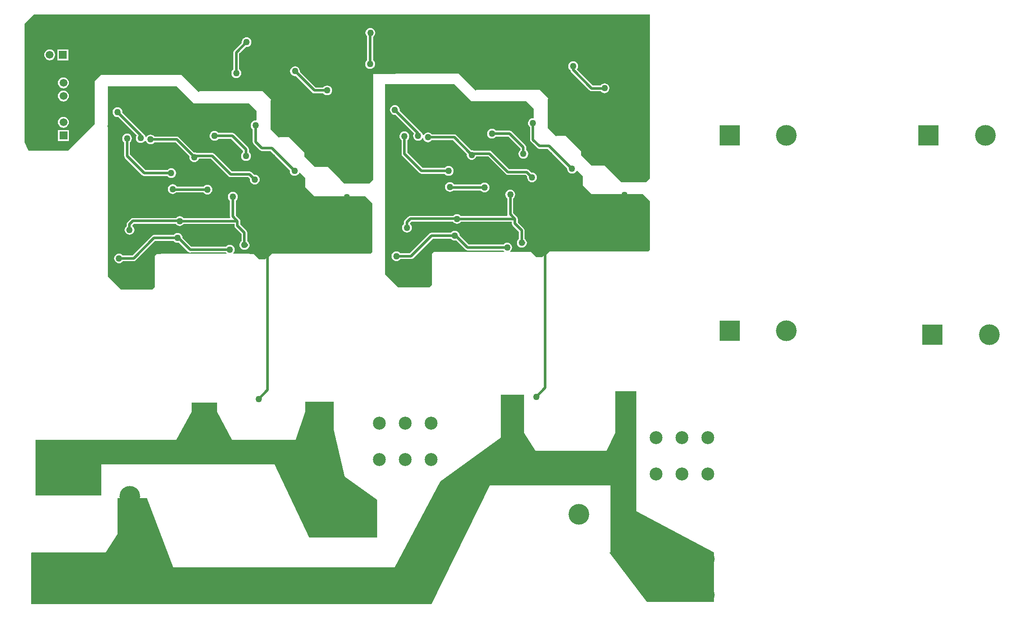
<source format=gbl>
G04 Layer_Physical_Order=2*
G04 Layer_Color=16711680*
%FSLAX25Y25*%
%MOIN*%
G70*
G01*
G75*
%ADD31C,0.02008*%
%ADD36R,0.15748X0.15748*%
%ADD37C,0.15748*%
%ADD38C,0.09843*%
%ADD39R,0.05906X0.05906*%
%ADD40C,0.05906*%
%ADD41R,0.05906X0.05906*%
%ADD42R,0.09843X0.09055*%
%ADD43R,0.15748X0.09055*%
%ADD44C,0.05000*%
G36*
X1931142Y1245551D02*
X1973189Y1245551D01*
X1978779Y1239961D01*
X1978780Y1232794D01*
X1978404Y1232464D01*
X1978189Y1232492D01*
X1977228Y1232366D01*
X1976333Y1231995D01*
X1975564Y1231405D01*
X1974974Y1230636D01*
X1974603Y1229741D01*
X1974476Y1228780D01*
X1974603Y1227818D01*
X1974974Y1226923D01*
X1975564Y1226154D01*
X1976001Y1225819D01*
Y1216260D01*
X1976170Y1215407D01*
X1976653Y1214684D01*
X1981456Y1209881D01*
X1982179Y1209398D01*
X1983031Y1209229D01*
X1989522D01*
X2004254Y1194497D01*
X2004201Y1194094D01*
X2004327Y1193134D01*
X2004698Y1192238D01*
X2005288Y1191469D01*
X2006057Y1190879D01*
X2006952Y1190508D01*
X2007913Y1190382D01*
X2008874Y1190508D01*
X2009770Y1190879D01*
X2010539Y1191469D01*
X2011129Y1192238D01*
X2011285Y1192615D01*
X2011775Y1192712D01*
X2016024Y1188464D01*
X2016024Y1185354D01*
Y1181496D01*
X2020512Y1177008D01*
X2022559Y1174961D01*
X2061575D01*
X2065315Y1171220D01*
X2067087Y1169449D01*
Y1137401D01*
Y1132520D01*
X2065787Y1131220D01*
X2065709Y1131299D01*
X1989724D01*
X1987480Y1129055D01*
X1985118Y1126693D01*
X1980945D01*
X1976811Y1130827D01*
X1974146D01*
X1974048Y1130893D01*
X1973433Y1131015D01*
X1961280D01*
X1961119Y1131489D01*
X1961247Y1131587D01*
X1961838Y1132356D01*
X1962208Y1133252D01*
X1962335Y1134213D01*
X1962208Y1135174D01*
X1961838Y1136069D01*
X1961247Y1136838D01*
X1960479Y1137428D01*
X1959583Y1137799D01*
X1958622Y1137925D01*
X1957661Y1137799D01*
X1956766Y1137428D01*
X1955997Y1136838D01*
X1955692Y1136440D01*
X1929309D01*
X1922567Y1143182D01*
X1922445Y1144110D01*
X1922074Y1145006D01*
X1921484Y1145775D01*
X1920715Y1146365D01*
X1919819Y1146736D01*
X1918858Y1146862D01*
X1917897Y1146736D01*
X1917002Y1146365D01*
X1916233Y1145775D01*
X1915928Y1145377D01*
X1901063D01*
X1900210Y1145208D01*
X1899488Y1144725D01*
X1884550Y1129787D01*
X1877340D01*
X1877035Y1130184D01*
X1876266Y1130774D01*
X1875370Y1131145D01*
X1874409Y1131272D01*
X1873449Y1131145D01*
X1872553Y1130774D01*
X1871784Y1130184D01*
X1871194Y1129416D01*
X1870823Y1128520D01*
X1870697Y1127559D01*
X1870823Y1126598D01*
X1871194Y1125703D01*
X1871784Y1124934D01*
X1872553Y1124344D01*
X1873449Y1123973D01*
X1874409Y1123846D01*
X1875370Y1123973D01*
X1876266Y1124344D01*
X1877035Y1124934D01*
X1877340Y1125331D01*
X1885472D01*
X1886325Y1125501D01*
X1887048Y1125984D01*
X1901986Y1140922D01*
X1915928D01*
X1916233Y1140524D01*
X1917002Y1139934D01*
X1917897Y1139563D01*
X1918858Y1139437D01*
X1919819Y1139563D01*
X1919865Y1139582D01*
X1926968Y1132480D01*
X1927691Y1131997D01*
X1928543Y1131827D01*
X1929335Y1131985D01*
X1955692D01*
X1955997Y1131587D01*
X1956125Y1131489D01*
X1955964Y1131015D01*
X1906504D01*
X1905890Y1130893D01*
X1905791Y1130827D01*
X1902953D01*
X1901575Y1129449D01*
X1901614Y1129409D01*
Y1112992D01*
Y1105787D01*
X1899646Y1103819D01*
X1875551D01*
Y1103976D01*
X1868110Y1111417D01*
X1865787Y1113740D01*
Y1258346D01*
X1918346D01*
X1931142Y1245551D01*
D02*
G37*
G36*
X2278071Y1313150D02*
Y1281299D01*
X2278032D01*
Y1280472D01*
Y1188346D01*
X2275315Y1185630D01*
X2256102D01*
X2253150Y1188583D01*
X2243661Y1198071D01*
X2233701Y1198071D01*
X2225669Y1206102D01*
X2225669Y1209134D01*
X2213976Y1220827D01*
X2206811D01*
X2206575Y1220590D01*
X2200276Y1226890D01*
Y1229016D01*
Y1248858D01*
X2200669Y1249252D01*
X2194134Y1255787D01*
X2146102D01*
X2145473Y1255157D01*
X2132520Y1268110D01*
X2084528D01*
X2084213Y1267795D01*
X2067480D01*
Y1187362D01*
X2064764Y1184646D01*
X2045551D01*
X2042598Y1187598D01*
X2033110Y1197087D01*
X2023150Y1197087D01*
X2015118Y1205118D01*
X2015118Y1208150D01*
X2003425Y1219843D01*
X1996260D01*
X1996024Y1219606D01*
X1989724Y1225906D01*
Y1228032D01*
Y1247874D01*
X1990118Y1248268D01*
X1983583Y1254803D01*
X1935551D01*
X1934921Y1254173D01*
X1921968Y1267126D01*
X1865472D01*
Y1267224D01*
X1860689D01*
X1855787Y1262323D01*
X1855787Y1261063D01*
Y1231024D01*
X1855787Y1229842D01*
X1835551Y1209606D01*
X1805551D01*
X1802480Y1215748D01*
Y1305748D01*
X1803740Y1307008D01*
X1809882Y1313150D01*
X2274685D01*
X2276693Y1313150D01*
X2278071Y1313150D01*
D02*
G37*
G36*
X2141969Y1247206D02*
X2184016Y1247206D01*
X2189606Y1241615D01*
X2189606Y1234448D01*
X2189230Y1234118D01*
X2189016Y1234147D01*
X2188055Y1234020D01*
X2187159Y1233649D01*
X2186390Y1233059D01*
X2185800Y1232290D01*
X2185429Y1231395D01*
X2185303Y1230434D01*
X2185429Y1229473D01*
X2185800Y1228577D01*
X2186390Y1227808D01*
X2186827Y1227473D01*
Y1217914D01*
X2186997Y1217062D01*
X2187480Y1216339D01*
X2192283Y1211536D01*
X2193006Y1211053D01*
X2193858Y1210883D01*
X2200348D01*
X2215080Y1196151D01*
X2215027Y1195749D01*
X2215154Y1194788D01*
X2215525Y1193892D01*
X2216115Y1193123D01*
X2216884Y1192533D01*
X2217779Y1192163D01*
X2218740Y1192036D01*
X2219701Y1192163D01*
X2220597Y1192533D01*
X2221366Y1193123D01*
X2221956Y1193892D01*
X2222112Y1194269D01*
X2222602Y1194367D01*
X2226851Y1190118D01*
X2226850Y1187009D01*
Y1183150D01*
X2231339Y1178662D01*
X2233386Y1176615D01*
X2272402D01*
X2276142Y1172875D01*
X2277913Y1171103D01*
Y1139056D01*
Y1134174D01*
X2276614Y1132875D01*
X2276535Y1132953D01*
X2200551D01*
X2198307Y1130709D01*
X2195945Y1128347D01*
X2191772D01*
X2187638Y1132481D01*
X2171905D01*
X2171735Y1132981D01*
X2172074Y1133241D01*
X2172664Y1134011D01*
X2173035Y1134906D01*
X2173162Y1135867D01*
X2173035Y1136828D01*
X2172664Y1137723D01*
X2172074Y1138492D01*
X2171305Y1139082D01*
X2170410Y1139453D01*
X2169449Y1139580D01*
X2168488Y1139453D01*
X2167592Y1139082D01*
X2166823Y1138492D01*
X2166518Y1138095D01*
X2140135D01*
X2133394Y1144837D01*
X2133271Y1145765D01*
X2132900Y1146660D01*
X2132310Y1147429D01*
X2131541Y1148019D01*
X2130646Y1148390D01*
X2129685Y1148517D01*
X2128724Y1148390D01*
X2127829Y1148019D01*
X2127060Y1147429D01*
X2126755Y1147032D01*
X2111890D01*
X2111037Y1146862D01*
X2110314Y1146379D01*
X2095376Y1131441D01*
X2088167D01*
X2087862Y1131839D01*
X2087093Y1132429D01*
X2086197Y1132800D01*
X2085236Y1132926D01*
X2084275Y1132800D01*
X2083380Y1132429D01*
X2082611Y1131839D01*
X2082021Y1131070D01*
X2081650Y1130174D01*
X2081523Y1129213D01*
X2081650Y1128252D01*
X2082021Y1127357D01*
X2082611Y1126588D01*
X2083380Y1125998D01*
X2084275Y1125627D01*
X2085236Y1125500D01*
X2086197Y1125627D01*
X2087093Y1125998D01*
X2087862Y1126588D01*
X2088167Y1126985D01*
X2096299D01*
X2097152Y1127155D01*
X2097874Y1127638D01*
X2112813Y1142576D01*
X2126755D01*
X2127060Y1142179D01*
X2127829Y1141588D01*
X2128724Y1141218D01*
X2129685Y1141091D01*
X2130646Y1141218D01*
X2130692Y1141237D01*
X2137795Y1134134D01*
X2138518Y1133651D01*
X2139370Y1133482D01*
X2140162Y1133639D01*
X2166518D01*
X2166823Y1133241D01*
X2167163Y1132981D01*
X2166993Y1132481D01*
X2113779D01*
X2112402Y1131103D01*
X2112441Y1131064D01*
Y1114646D01*
Y1107442D01*
X2110472Y1105473D01*
X2086378D01*
Y1105631D01*
X2078937Y1113072D01*
X2076614Y1115394D01*
Y1260001D01*
X2129173D01*
X2141969Y1247206D01*
D02*
G37*
G36*
X2267756Y935000D02*
X2326496Y903898D01*
Y866063D01*
X2326496Y866063D01*
X2275709D01*
X2247192Y903450D01*
X2247414Y903898D01*
X2247795Y903898D01*
Y954961D01*
X2156122Y954961D01*
X2112047Y864370D01*
X1807638Y864370D01*
Y903544D01*
X1807991Y903897D01*
X1864409Y903869D01*
X1873189Y917717D01*
Y945039D01*
X1895748D01*
X1915512Y892598D01*
X2083819D01*
X2118504Y957716D01*
X2164724Y991299D01*
Y1023858D01*
X2182382D01*
Y994685D01*
X2190984Y981221D01*
X2244961D01*
X2251654Y994685D01*
Y1026339D01*
X2267756D01*
Y935000D01*
D02*
G37*
G36*
X2037598Y997244D02*
X2046024Y961644D01*
X2070591Y943779D01*
Y915039D01*
X2018780D01*
X1992638Y970709D01*
X1861063D01*
X1861063Y947008D01*
X1810945Y947008D01*
Y989331D01*
X1918071Y989331D01*
X1929685Y1010905D01*
Y1017717D01*
X1948888D01*
Y1010905D01*
X1960197Y989331D01*
X2008612Y989331D01*
X2016063Y1010905D01*
Y1018317D01*
X2037598D01*
X2037598Y997244D01*
D02*
G37*
%LPC*%
G36*
X1880512Y1222492D02*
X1879551Y1222366D01*
X1878655Y1221995D01*
X1877886Y1221405D01*
X1877296Y1220636D01*
X1876925Y1219740D01*
X1876799Y1218779D01*
X1876925Y1217819D01*
X1877296Y1216923D01*
X1877886Y1216154D01*
X1878284Y1215849D01*
Y1205551D01*
X1878454Y1204699D01*
X1878937Y1203976D01*
X1892007Y1190905D01*
X1892730Y1190422D01*
X1893583Y1190252D01*
X1911164D01*
X1911469Y1189855D01*
X1912238Y1189265D01*
X1913133Y1188894D01*
X1914095Y1188767D01*
X1915055Y1188894D01*
X1915951Y1189265D01*
X1916720Y1189855D01*
X1917310Y1190624D01*
X1917681Y1191519D01*
X1917807Y1192480D01*
X1917681Y1193441D01*
X1917310Y1194337D01*
X1916720Y1195106D01*
X1915951Y1195696D01*
X1915055Y1196067D01*
X1914095Y1196193D01*
X1913133Y1196067D01*
X1912238Y1195696D01*
X1911469Y1195106D01*
X1911164Y1194708D01*
X1894506D01*
X1882740Y1206474D01*
Y1215849D01*
X1883137Y1216154D01*
X1883727Y1216923D01*
X1884098Y1217819D01*
X1884225Y1218779D01*
X1884098Y1219740D01*
X1883727Y1220636D01*
X1883137Y1221405D01*
X1882368Y1221995D01*
X1881473Y1222366D01*
X1880512Y1222492D01*
D02*
G37*
G36*
X1960980Y1178199D02*
X1960019Y1178072D01*
X1959124Y1177701D01*
X1958355Y1177111D01*
X1957765Y1176342D01*
X1957394Y1175447D01*
X1957268Y1174486D01*
X1957394Y1173525D01*
X1957765Y1172630D01*
X1958355Y1171861D01*
X1958752Y1171556D01*
Y1159374D01*
X1958892Y1158673D01*
X1958599Y1158173D01*
X1923442D01*
X1923137Y1158570D01*
X1922368Y1159160D01*
X1921473Y1159531D01*
X1920512Y1159658D01*
X1919551Y1159531D01*
X1918655Y1159160D01*
X1917886Y1158570D01*
X1917672Y1158291D01*
X1884961D01*
X1884108Y1158121D01*
X1883385Y1157638D01*
X1880866Y1155119D01*
X1880383Y1154396D01*
X1880213Y1153543D01*
Y1152182D01*
X1879816Y1151877D01*
X1879226Y1151108D01*
X1878855Y1150213D01*
X1878728Y1149252D01*
X1878855Y1148291D01*
X1879226Y1147396D01*
X1879816Y1146627D01*
X1880585Y1146037D01*
X1881480Y1145666D01*
X1882441Y1145539D01*
X1883402Y1145666D01*
X1884297Y1146037D01*
X1885066Y1146627D01*
X1885656Y1147396D01*
X1886027Y1148291D01*
X1886154Y1149252D01*
X1886027Y1150213D01*
X1885656Y1151108D01*
X1885066Y1151877D01*
X1884721Y1152142D01*
X1884701Y1152652D01*
X1885884Y1153835D01*
X1917491D01*
X1917886Y1153319D01*
X1918655Y1152729D01*
X1919551Y1152359D01*
X1920512Y1152232D01*
X1921473Y1152359D01*
X1922368Y1152729D01*
X1923137Y1153319D01*
X1923442Y1153717D01*
X1962182D01*
Y1152520D01*
X1962195Y1152453D01*
X1962176Y1152356D01*
X1962345Y1151504D01*
X1962828Y1150781D01*
X1967453Y1146156D01*
Y1140645D01*
X1967056Y1140340D01*
X1966466Y1139571D01*
X1966095Y1138675D01*
X1965968Y1137714D01*
X1966095Y1136753D01*
X1966466Y1135858D01*
X1967056Y1135089D01*
X1967825Y1134499D01*
X1968720Y1134128D01*
X1969681Y1134002D01*
X1970642Y1134128D01*
X1971538Y1134499D01*
X1972306Y1135089D01*
X1972897Y1135858D01*
X1973001Y1136110D01*
X1973030Y1136139D01*
X1973513Y1136862D01*
X1973683Y1137714D01*
X1973513Y1138567D01*
X1973030Y1139290D01*
X1973006Y1139305D01*
X1972897Y1139571D01*
X1972306Y1140340D01*
X1971909Y1140645D01*
Y1147079D01*
X1971739Y1147931D01*
X1971256Y1148654D01*
X1966637Y1153273D01*
Y1155945D01*
X1966468Y1156797D01*
X1965985Y1157520D01*
X1963208Y1160297D01*
Y1171556D01*
X1963606Y1171861D01*
X1964196Y1172630D01*
X1964567Y1173525D01*
X1964693Y1174486D01*
X1964567Y1175447D01*
X1964196Y1176342D01*
X1963606Y1177111D01*
X1962837Y1177701D01*
X1961941Y1178072D01*
X1960980Y1178199D01*
D02*
G37*
G36*
X1915158Y1183988D02*
X1914197Y1183862D01*
X1913301Y1183491D01*
X1912532Y1182901D01*
X1911942Y1182132D01*
X1911571Y1181236D01*
X1911445Y1180276D01*
X1911571Y1179315D01*
X1911942Y1178419D01*
X1912532Y1177650D01*
X1913301Y1177060D01*
X1914197Y1176689D01*
X1915158Y1176563D01*
X1916118Y1176689D01*
X1917014Y1177060D01*
X1917783Y1177650D01*
X1917786Y1177654D01*
X1938605D01*
X1938910Y1177256D01*
X1939679Y1176666D01*
X1940574Y1176295D01*
X1941536Y1176169D01*
X1942496Y1176295D01*
X1943392Y1176666D01*
X1944161Y1177256D01*
X1944751Y1178025D01*
X1945122Y1178921D01*
X1945248Y1179882D01*
X1945122Y1180843D01*
X1944751Y1181738D01*
X1944161Y1182507D01*
X1943392Y1183097D01*
X1942496Y1183468D01*
X1941536Y1183595D01*
X1940574Y1183468D01*
X1939679Y1183097D01*
X1938910Y1182507D01*
X1938605Y1182110D01*
X1918382D01*
X1918373Y1182132D01*
X1917783Y1182901D01*
X1917014Y1183491D01*
X1916118Y1183862D01*
X1915158Y1183988D01*
D02*
G37*
G36*
X1873268Y1242571D02*
X1872307Y1242445D01*
X1871411Y1242074D01*
X1870642Y1241484D01*
X1870052Y1240715D01*
X1869681Y1239819D01*
X1869555Y1238858D01*
X1869681Y1237897D01*
X1870052Y1237002D01*
X1870642Y1236233D01*
X1871411Y1235643D01*
X1872307Y1235272D01*
X1873268Y1235145D01*
X1873764Y1235211D01*
X1887852Y1221123D01*
X1887690Y1220912D01*
X1887319Y1220016D01*
X1887193Y1219055D01*
X1887319Y1218094D01*
X1887690Y1217199D01*
X1888280Y1216430D01*
X1889049Y1215840D01*
X1889945Y1215469D01*
X1890906Y1215342D01*
X1891866Y1215469D01*
X1892762Y1215840D01*
X1893531Y1216430D01*
X1894121Y1217199D01*
X1894210Y1217415D01*
X1894724Y1217347D01*
X1894760Y1217070D01*
X1895131Y1216175D01*
X1895721Y1215406D01*
X1896490Y1214816D01*
X1897385Y1214445D01*
X1898347Y1214319D01*
X1899307Y1214445D01*
X1900203Y1214816D01*
X1900972Y1215406D01*
X1901277Y1215804D01*
X1917463D01*
X1928029Y1205238D01*
X1927941Y1204567D01*
X1928067Y1203606D01*
X1928438Y1202711D01*
X1929028Y1201941D01*
X1929797Y1201352D01*
X1930693Y1200981D01*
X1931654Y1200854D01*
X1932615Y1200981D01*
X1933510Y1201352D01*
X1934279Y1201941D01*
X1934869Y1202711D01*
X1935155Y1203402D01*
X1944274D01*
X1957677Y1189999D01*
X1958399Y1189517D01*
X1959252Y1189347D01*
X1972621D01*
X1973912Y1188056D01*
X1973846Y1187559D01*
X1973973Y1186598D01*
X1974344Y1185703D01*
X1974934Y1184934D01*
X1975703Y1184344D01*
X1976598Y1183973D01*
X1977559Y1183846D01*
X1978520Y1183973D01*
X1979416Y1184344D01*
X1980185Y1184934D01*
X1980774Y1185703D01*
X1981145Y1186598D01*
X1981272Y1187559D01*
X1981145Y1188520D01*
X1980774Y1189415D01*
X1980185Y1190184D01*
X1979416Y1190775D01*
X1978520Y1191145D01*
X1977559Y1191272D01*
X1977062Y1191206D01*
X1975119Y1193150D01*
X1974396Y1193633D01*
X1973543Y1193803D01*
X1960175D01*
X1946772Y1207205D01*
X1946049Y1207688D01*
X1945197Y1207858D01*
X1933328D01*
X1932615Y1208153D01*
X1931654Y1208280D01*
X1931331Y1208237D01*
X1919961Y1219607D01*
X1919238Y1220090D01*
X1918386Y1220259D01*
X1901277D01*
X1900972Y1220657D01*
X1900203Y1221247D01*
X1899307Y1221618D01*
X1898347Y1221744D01*
X1897385Y1221618D01*
X1896490Y1221247D01*
X1895721Y1220657D01*
X1895131Y1219888D01*
X1895041Y1219672D01*
X1894528Y1219739D01*
X1894492Y1220016D01*
X1894121Y1220912D01*
X1893531Y1221681D01*
X1892905Y1222161D01*
X1892481Y1222796D01*
X1876915Y1238361D01*
X1876981Y1238858D01*
X1876854Y1239819D01*
X1876483Y1240715D01*
X1875893Y1241484D01*
X1875124Y1242074D01*
X1874229Y1242445D01*
X1873268Y1242571D01*
D02*
G37*
G36*
X1947008Y1224500D02*
X1946047Y1224374D01*
X1945152Y1224003D01*
X1944382Y1223413D01*
X1943793Y1222644D01*
X1943422Y1221748D01*
X1943295Y1220787D01*
X1943422Y1219826D01*
X1943793Y1218931D01*
X1944382Y1218162D01*
X1945152Y1217572D01*
X1946047Y1217201D01*
X1947008Y1217074D01*
X1947969Y1217201D01*
X1948864Y1217572D01*
X1949633Y1218162D01*
X1949938Y1218559D01*
X1959628D01*
X1968717Y1209471D01*
Y1208324D01*
X1968320Y1208019D01*
X1967730Y1207250D01*
X1967359Y1206355D01*
X1967232Y1205394D01*
X1967359Y1204433D01*
X1967730Y1203537D01*
X1968320Y1202768D01*
X1969089Y1202178D01*
X1969984Y1201807D01*
X1970945Y1201681D01*
X1971906Y1201807D01*
X1972801Y1202178D01*
X1973570Y1202768D01*
X1974160Y1203537D01*
X1974531Y1204433D01*
X1974658Y1205394D01*
X1974531Y1206355D01*
X1974160Y1207250D01*
X1973570Y1208019D01*
X1973173Y1208324D01*
Y1210394D01*
X1973003Y1211246D01*
X1972520Y1211969D01*
X1962127Y1222363D01*
X1961404Y1222846D01*
X1960551Y1223015D01*
X1949938D01*
X1949633Y1223413D01*
X1948864Y1224003D01*
X1947969Y1224374D01*
X1947008Y1224500D01*
D02*
G37*
G36*
X2065472Y1302925D02*
X2064511Y1302799D01*
X2063616Y1302428D01*
X2062847Y1301838D01*
X2062257Y1301069D01*
X2061886Y1300174D01*
X2061760Y1299213D01*
X2061886Y1298252D01*
X2062257Y1297356D01*
X2062847Y1296587D01*
X2063008Y1296463D01*
Y1283780D01*
Y1278364D01*
X2062611Y1278059D01*
X2062021Y1277289D01*
X2061650Y1276394D01*
X2061523Y1275433D01*
X2061650Y1274472D01*
X2062021Y1273577D01*
X2062611Y1272808D01*
X2063380Y1272218D01*
X2064275Y1271847D01*
X2065236Y1271720D01*
X2066197Y1271847D01*
X2067093Y1272218D01*
X2067862Y1272808D01*
X2068452Y1273577D01*
X2068823Y1274472D01*
X2068949Y1275433D01*
X2068823Y1276394D01*
X2068452Y1277289D01*
X2067862Y1278059D01*
X2067464Y1278364D01*
Y1296101D01*
X2068098Y1296587D01*
X2068688Y1297356D01*
X2069059Y1298252D01*
X2069185Y1299213D01*
X2069059Y1300174D01*
X2068688Y1301069D01*
X2068098Y1301838D01*
X2067329Y1302428D01*
X2066433Y1302799D01*
X2065472Y1302925D01*
D02*
G37*
G36*
X1832126Y1265272D02*
X1831047Y1265130D01*
X1830041Y1264713D01*
X1829178Y1264051D01*
X1828515Y1263187D01*
X1828098Y1262181D01*
X1827957Y1261102D01*
X1828098Y1260023D01*
X1828515Y1259018D01*
X1829178Y1258154D01*
X1830041Y1257491D01*
X1831047Y1257075D01*
X1832126Y1256933D01*
X1833205Y1257075D01*
X1834211Y1257491D01*
X1835074Y1258154D01*
X1835737Y1259018D01*
X1836153Y1260023D01*
X1836296Y1261102D01*
X1836153Y1262181D01*
X1835737Y1263187D01*
X1835074Y1264051D01*
X1834211Y1264713D01*
X1833205Y1265130D01*
X1832126Y1265272D01*
D02*
G37*
G36*
X1821732Y1286610D02*
X1820653Y1286468D01*
X1819647Y1286052D01*
X1818784Y1285389D01*
X1818121Y1284526D01*
X1817705Y1283520D01*
X1817563Y1282441D01*
X1817705Y1281362D01*
X1818121Y1280356D01*
X1818784Y1279493D01*
X1819647Y1278830D01*
X1820653Y1278413D01*
X1821732Y1278271D01*
X1822811Y1278413D01*
X1823817Y1278830D01*
X1824681Y1279493D01*
X1825343Y1280356D01*
X1825760Y1281362D01*
X1825902Y1282441D01*
X1825760Y1283520D01*
X1825343Y1284526D01*
X1824681Y1285389D01*
X1823817Y1286052D01*
X1822811Y1286468D01*
X1821732Y1286610D01*
D02*
G37*
G36*
X1971378Y1295800D02*
X1970417Y1295673D01*
X1969522Y1295302D01*
X1968753Y1294712D01*
X1968163Y1293943D01*
X1967792Y1293048D01*
X1967665Y1292087D01*
X1967731Y1291590D01*
X1961968Y1285827D01*
X1961485Y1285104D01*
X1961316Y1284252D01*
Y1275158D01*
Y1271395D01*
X1960918Y1271090D01*
X1960328Y1270321D01*
X1959957Y1269425D01*
X1959830Y1268465D01*
X1959957Y1267504D01*
X1960328Y1266608D01*
X1960918Y1265839D01*
X1961687Y1265249D01*
X1962582Y1264878D01*
X1963543Y1264752D01*
X1964504Y1264878D01*
X1965400Y1265249D01*
X1966169Y1265839D01*
X1966759Y1266608D01*
X1967130Y1267504D01*
X1967256Y1268465D01*
X1967130Y1269425D01*
X1966759Y1270321D01*
X1966169Y1271090D01*
X1965771Y1271395D01*
Y1275158D01*
Y1283329D01*
X1966221Y1283780D01*
X1970881Y1288439D01*
X1971378Y1288374D01*
X1972339Y1288500D01*
X1973234Y1288871D01*
X1974003Y1289461D01*
X1974593Y1290230D01*
X1974964Y1291126D01*
X1975091Y1292087D01*
X1974964Y1293048D01*
X1974593Y1293943D01*
X1974003Y1294712D01*
X1973234Y1295302D01*
X1972339Y1295673D01*
X1971378Y1295800D01*
D02*
G37*
G36*
X1835866Y1286575D02*
X1827598D01*
Y1278307D01*
X1835866D01*
Y1286575D01*
D02*
G37*
G36*
X2219646Y1277492D02*
X2218685Y1277366D01*
X2217789Y1276995D01*
X2217020Y1276405D01*
X2216430Y1275636D01*
X2216059Y1274741D01*
X2215933Y1273779D01*
X2216059Y1272819D01*
X2216430Y1271923D01*
X2217020Y1271154D01*
X2217450Y1270824D01*
X2217587Y1270135D01*
X2218070Y1269412D01*
X2232089Y1255393D01*
X2232812Y1254910D01*
X2233665Y1254741D01*
X2240566D01*
X2240829Y1254398D01*
X2241598Y1253808D01*
X2242493Y1253437D01*
X2243454Y1253311D01*
X2244415Y1253437D01*
X2245311Y1253808D01*
X2246080Y1254398D01*
X2246670Y1255167D01*
X2247041Y1256063D01*
X2247167Y1257024D01*
X2247041Y1257985D01*
X2246670Y1258880D01*
X2246080Y1259649D01*
X2245311Y1260239D01*
X2244415Y1260610D01*
X2243454Y1260736D01*
X2242493Y1260610D01*
X2241598Y1260239D01*
X2240829Y1259649D01*
X2240482Y1259196D01*
X2234587D01*
X2222427Y1271357D01*
X2222861Y1271923D01*
X2223232Y1272819D01*
X2223359Y1273779D01*
X2223232Y1274741D01*
X2222861Y1275636D01*
X2222271Y1276405D01*
X2221502Y1276995D01*
X2220607Y1277366D01*
X2219646Y1277492D01*
D02*
G37*
G36*
X1836260Y1225236D02*
X1827992D01*
Y1216969D01*
X1836260D01*
Y1225236D01*
D02*
G37*
G36*
X1832126Y1235272D02*
X1831047Y1235130D01*
X1830041Y1234713D01*
X1829178Y1234051D01*
X1828515Y1233187D01*
X1828098Y1232181D01*
X1827957Y1231102D01*
X1828098Y1230023D01*
X1828515Y1229018D01*
X1829178Y1228154D01*
X1830041Y1227491D01*
X1831047Y1227075D01*
X1832126Y1226933D01*
X1833205Y1227075D01*
X1834211Y1227491D01*
X1835074Y1228154D01*
X1835737Y1229018D01*
X1836153Y1230023D01*
X1836296Y1231102D01*
X1836153Y1232181D01*
X1835737Y1233187D01*
X1835074Y1234051D01*
X1834211Y1234713D01*
X1833205Y1235130D01*
X1832126Y1235272D01*
D02*
G37*
G36*
X2008152Y1273713D02*
X2007191Y1273586D01*
X2006296Y1273215D01*
X2005527Y1272625D01*
X2004936Y1271856D01*
X2004566Y1270961D01*
X2004439Y1270000D01*
X2004566Y1269039D01*
X2004936Y1268144D01*
X2005527Y1267375D01*
X2006296Y1266785D01*
X2007191Y1266414D01*
X2008152Y1266287D01*
X2008649Y1266353D01*
X2021207Y1253794D01*
X2021930Y1253311D01*
X2022783Y1253141D01*
X2029697D01*
X2030002Y1252744D01*
X2030771Y1252154D01*
X2031667Y1251783D01*
X2032628Y1251656D01*
X2033588Y1251783D01*
X2034484Y1252154D01*
X2035253Y1252744D01*
X2035843Y1253513D01*
X2036214Y1254408D01*
X2036340Y1255369D01*
X2036214Y1256330D01*
X2035843Y1257226D01*
X2035253Y1257995D01*
X2034484Y1258585D01*
X2033588Y1258956D01*
X2032628Y1259082D01*
X2031667Y1258956D01*
X2030771Y1258585D01*
X2030002Y1257995D01*
X2029697Y1257597D01*
X2023705D01*
X2011799Y1269503D01*
X2011865Y1270000D01*
X2011738Y1270961D01*
X2011367Y1271856D01*
X2010777Y1272625D01*
X2010008Y1273215D01*
X2009113Y1273586D01*
X2008152Y1273713D01*
D02*
G37*
G36*
X1832126Y1255272D02*
X1831047Y1255130D01*
X1830041Y1254713D01*
X1829178Y1254051D01*
X1828515Y1253187D01*
X1828098Y1252182D01*
X1827957Y1251102D01*
X1828098Y1250023D01*
X1828515Y1249018D01*
X1829178Y1248154D01*
X1830041Y1247491D01*
X1831047Y1247075D01*
X1832126Y1246933D01*
X1833205Y1247075D01*
X1834211Y1247491D01*
X1835074Y1248154D01*
X1835737Y1249018D01*
X1836153Y1250023D01*
X1836296Y1251102D01*
X1836153Y1252182D01*
X1835737Y1253187D01*
X1835074Y1254051D01*
X1834211Y1254713D01*
X1833205Y1255130D01*
X1832126Y1255272D01*
D02*
G37*
G36*
X2091339Y1224147D02*
X2090378Y1224020D01*
X2089482Y1223649D01*
X2088713Y1223059D01*
X2088123Y1222290D01*
X2087752Y1221395D01*
X2087626Y1220434D01*
X2087752Y1219473D01*
X2088123Y1218577D01*
X2088713Y1217809D01*
X2089111Y1217503D01*
Y1207205D01*
X2089280Y1206353D01*
X2089763Y1205630D01*
X2102834Y1192559D01*
X2103557Y1192076D01*
X2104409Y1191907D01*
X2121991D01*
X2122296Y1191509D01*
X2123065Y1190919D01*
X2123960Y1190548D01*
X2124921Y1190422D01*
X2125882Y1190548D01*
X2126778Y1190919D01*
X2127547Y1191509D01*
X2128137Y1192278D01*
X2128508Y1193174D01*
X2128634Y1194135D01*
X2128508Y1195096D01*
X2128137Y1195991D01*
X2127547Y1196760D01*
X2126778Y1197350D01*
X2125882Y1197721D01*
X2124921Y1197847D01*
X2123960Y1197721D01*
X2123065Y1197350D01*
X2122296Y1196760D01*
X2121991Y1196362D01*
X2105332D01*
X2093566Y1208128D01*
Y1217503D01*
X2093964Y1217809D01*
X2094554Y1218577D01*
X2094925Y1219473D01*
X2095051Y1220434D01*
X2094925Y1221395D01*
X2094554Y1222290D01*
X2093964Y1223059D01*
X2093195Y1223649D01*
X2092299Y1224020D01*
X2091339Y1224147D01*
D02*
G37*
G36*
X2084094Y1244225D02*
X2083134Y1244099D01*
X2082238Y1243728D01*
X2081469Y1243138D01*
X2080879Y1242369D01*
X2080508Y1241474D01*
X2080382Y1240513D01*
X2080508Y1239552D01*
X2080879Y1238656D01*
X2081469Y1237887D01*
X2082238Y1237297D01*
X2083134Y1236926D01*
X2084094Y1236800D01*
X2084591Y1236865D01*
X2098679Y1222777D01*
X2098517Y1222566D01*
X2098146Y1221670D01*
X2098019Y1220709D01*
X2098146Y1219748D01*
X2098517Y1218853D01*
X2099107Y1218084D01*
X2099876Y1217494D01*
X2100771Y1217123D01*
X2101732Y1216997D01*
X2102693Y1217123D01*
X2103589Y1217494D01*
X2104358Y1218084D01*
X2104948Y1218853D01*
X2105037Y1219069D01*
X2105550Y1219002D01*
X2105587Y1218725D01*
X2105958Y1217829D01*
X2106548Y1217060D01*
X2107317Y1216470D01*
X2108212Y1216099D01*
X2109173Y1215973D01*
X2110134Y1216099D01*
X2111030Y1216470D01*
X2111799Y1217060D01*
X2112104Y1217458D01*
X2128290D01*
X2138856Y1206892D01*
X2138767Y1206221D01*
X2138894Y1205260D01*
X2139265Y1204365D01*
X2139855Y1203596D01*
X2140624Y1203006D01*
X2141519Y1202635D01*
X2142480Y1202508D01*
X2143441Y1202635D01*
X2144337Y1203006D01*
X2145106Y1203596D01*
X2145696Y1204365D01*
X2145982Y1205056D01*
X2155101D01*
X2168503Y1191654D01*
X2169226Y1191171D01*
X2170079Y1191001D01*
X2183447D01*
X2184738Y1189710D01*
X2184673Y1189213D01*
X2184800Y1188252D01*
X2185170Y1187357D01*
X2185760Y1186588D01*
X2186529Y1185998D01*
X2187425Y1185627D01*
X2188386Y1185501D01*
X2189347Y1185627D01*
X2190242Y1185998D01*
X2191011Y1186588D01*
X2191601Y1187357D01*
X2191972Y1188252D01*
X2192099Y1189213D01*
X2191972Y1190174D01*
X2191601Y1191070D01*
X2191011Y1191839D01*
X2190242Y1192429D01*
X2189347Y1192800D01*
X2188386Y1192926D01*
X2187889Y1192861D01*
X2185945Y1194804D01*
X2185223Y1195287D01*
X2184370Y1195457D01*
X2171002D01*
X2157599Y1208860D01*
X2156876Y1209342D01*
X2156024Y1209512D01*
X2144155D01*
X2143441Y1209808D01*
X2142480Y1209934D01*
X2142157Y1209892D01*
X2130788Y1221261D01*
X2130065Y1221744D01*
X2129213Y1221914D01*
X2112104D01*
X2111799Y1222311D01*
X2111030Y1222901D01*
X2110134Y1223272D01*
X2109173Y1223399D01*
X2108212Y1223272D01*
X2107317Y1222901D01*
X2106548Y1222311D01*
X2105958Y1221542D01*
X2105868Y1221326D01*
X2105355Y1221394D01*
X2105319Y1221670D01*
X2104948Y1222566D01*
X2104358Y1223335D01*
X2103732Y1223815D01*
X2103308Y1224450D01*
X2087742Y1240016D01*
X2087807Y1240513D01*
X2087681Y1241474D01*
X2087310Y1242369D01*
X2086720Y1243138D01*
X2085951Y1243728D01*
X2085055Y1244099D01*
X2084094Y1244225D01*
D02*
G37*
G36*
X2171807Y1179853D02*
X2170846Y1179727D01*
X2169951Y1179356D01*
X2169182Y1178766D01*
X2168592Y1177997D01*
X2168221Y1177101D01*
X2168094Y1176140D01*
X2168221Y1175179D01*
X2168592Y1174284D01*
X2169182Y1173515D01*
X2169579Y1173210D01*
Y1161028D01*
X2169719Y1160327D01*
X2169426Y1159827D01*
X2134269D01*
X2133964Y1160225D01*
X2133195Y1160815D01*
X2132299Y1161185D01*
X2131339Y1161312D01*
X2130378Y1161185D01*
X2129482Y1160815D01*
X2128713Y1160225D01*
X2128499Y1159945D01*
X2095787D01*
X2094935Y1159776D01*
X2094212Y1159293D01*
X2091692Y1156773D01*
X2091209Y1156050D01*
X2091040Y1155198D01*
Y1153837D01*
X2090642Y1153532D01*
X2090052Y1152763D01*
X2089681Y1151867D01*
X2089555Y1150906D01*
X2089681Y1149945D01*
X2090052Y1149050D01*
X2090642Y1148281D01*
X2091411Y1147691D01*
X2092307Y1147320D01*
X2093268Y1147193D01*
X2094229Y1147320D01*
X2095124Y1147691D01*
X2095893Y1148281D01*
X2096483Y1149050D01*
X2096854Y1149945D01*
X2096981Y1150906D01*
X2096854Y1151867D01*
X2096483Y1152763D01*
X2095893Y1153532D01*
X2095548Y1153796D01*
X2095527Y1154307D01*
X2096710Y1155490D01*
X2128317D01*
X2128713Y1154974D01*
X2129482Y1154384D01*
X2130378Y1154013D01*
X2131339Y1153886D01*
X2132299Y1154013D01*
X2133195Y1154384D01*
X2133964Y1154974D01*
X2134269Y1155371D01*
X2173008D01*
Y1154174D01*
X2173022Y1154107D01*
X2173002Y1154010D01*
X2173172Y1153158D01*
X2173655Y1152435D01*
X2178280Y1147810D01*
Y1142299D01*
X2177883Y1141994D01*
X2177292Y1141225D01*
X2176921Y1140330D01*
X2176795Y1139369D01*
X2176921Y1138408D01*
X2177292Y1137512D01*
X2177883Y1136743D01*
X2178651Y1136153D01*
X2179547Y1135782D01*
X2180508Y1135656D01*
X2181469Y1135782D01*
X2182364Y1136153D01*
X2183133Y1136743D01*
X2183723Y1137512D01*
X2183828Y1137764D01*
X2183857Y1137794D01*
X2184340Y1138516D01*
X2184509Y1139369D01*
X2184340Y1140221D01*
X2183857Y1140944D01*
X2183833Y1140960D01*
X2183723Y1141225D01*
X2183133Y1141994D01*
X2182736Y1142299D01*
Y1148733D01*
X2182566Y1149585D01*
X2182083Y1150308D01*
X2177464Y1154927D01*
Y1157599D01*
X2177295Y1158452D01*
X2176811Y1159175D01*
X2174035Y1161951D01*
Y1173210D01*
X2174433Y1173515D01*
X2175023Y1174284D01*
X2175393Y1175179D01*
X2175520Y1176140D01*
X2175393Y1177101D01*
X2175023Y1177997D01*
X2174433Y1178766D01*
X2173664Y1179356D01*
X2172768Y1179727D01*
X2171807Y1179853D01*
D02*
G37*
G36*
X2125984Y1185643D02*
X2125023Y1185516D01*
X2124128Y1185145D01*
X2123359Y1184555D01*
X2122769Y1183786D01*
X2122398Y1182891D01*
X2122271Y1181930D01*
X2122398Y1180969D01*
X2122769Y1180074D01*
X2123359Y1179305D01*
X2124128Y1178714D01*
X2125023Y1178343D01*
X2125984Y1178217D01*
X2126945Y1178343D01*
X2127841Y1178714D01*
X2128610Y1179305D01*
X2128613Y1179308D01*
X2149432D01*
X2149737Y1178911D01*
X2150506Y1178321D01*
X2151401Y1177950D01*
X2152362Y1177823D01*
X2153323Y1177950D01*
X2154219Y1178321D01*
X2154988Y1178911D01*
X2155578Y1179680D01*
X2155949Y1180575D01*
X2156075Y1181536D01*
X2155949Y1182497D01*
X2155578Y1183393D01*
X2154988Y1184162D01*
X2154219Y1184752D01*
X2153323Y1185123D01*
X2152362Y1185249D01*
X2151401Y1185123D01*
X2150506Y1184752D01*
X2149737Y1184162D01*
X2149432Y1183764D01*
X2129209D01*
X2129200Y1183786D01*
X2128610Y1184555D01*
X2127841Y1185145D01*
X2126945Y1185516D01*
X2125984Y1185643D01*
D02*
G37*
G36*
X2157835Y1226155D02*
X2156874Y1226028D01*
X2155978Y1225657D01*
X2155209Y1225067D01*
X2154619Y1224298D01*
X2154248Y1223403D01*
X2154122Y1222442D01*
X2154248Y1221481D01*
X2154619Y1220585D01*
X2155209Y1219816D01*
X2155978Y1219226D01*
X2156874Y1218855D01*
X2157835Y1218729D01*
X2158796Y1218855D01*
X2159691Y1219226D01*
X2160460Y1219816D01*
X2160765Y1220214D01*
X2170455D01*
X2179544Y1211125D01*
Y1209978D01*
X2179146Y1209673D01*
X2178556Y1208904D01*
X2178185Y1208009D01*
X2178059Y1207048D01*
X2178185Y1206087D01*
X2178556Y1205192D01*
X2179146Y1204423D01*
X2179915Y1203833D01*
X2180811Y1203462D01*
X2181772Y1203335D01*
X2182733Y1203462D01*
X2183628Y1203833D01*
X2184397Y1204423D01*
X2184987Y1205192D01*
X2185358Y1206087D01*
X2185485Y1207048D01*
X2185358Y1208009D01*
X2184987Y1208904D01*
X2184397Y1209673D01*
X2183999Y1209978D01*
Y1212048D01*
X2183830Y1212901D01*
X2183347Y1213623D01*
X2172953Y1224017D01*
X2172231Y1224500D01*
X2171378Y1224670D01*
X2160765D01*
X2160460Y1225067D01*
X2159691Y1225657D01*
X2158796Y1226028D01*
X2157835Y1226155D01*
D02*
G37*
%LPD*%
D31*
X1978228Y1216260D02*
Y1228780D01*
X2129980Y1145099D02*
X2139370Y1135709D01*
X2096299Y1129213D02*
X2111890Y1144804D01*
X2085236Y1129213D02*
X2096299D01*
X2111890Y1144804D02*
X2129685D01*
X1970568Y1136828D02*
X1971455Y1137714D01*
X1930787Y1205630D02*
X1945197D01*
X1920512Y1155236D02*
X1921221Y1155945D01*
X1919154Y1143445D02*
X1928543Y1134055D01*
X2198228Y1029056D02*
Y1130828D01*
X2191457Y1022284D02*
X2198228Y1029056D01*
Y1130828D02*
X2202283Y1134883D01*
X2239491D01*
X2243740Y1139132D01*
Y1144843D01*
X2189055Y1217914D02*
X2193858Y1213111D01*
X2218633Y1195749D02*
X2218740D01*
X2193858Y1213111D02*
X2201271D01*
X2218633Y1195749D01*
X2129213Y1219686D02*
X2141614Y1207284D01*
X2109173Y1219686D02*
X2129213D01*
X2156024Y1207284D02*
X2170079Y1193229D01*
X2184370D01*
X2188386Y1189213D01*
X2181772Y1207048D02*
Y1212048D01*
X2171378Y1222442D02*
X2181772Y1212048D01*
X2157835Y1222442D02*
X2171378D01*
X2180508Y1139369D02*
X2182281D01*
X2175236Y1154174D02*
Y1157599D01*
X2171807Y1161028D02*
Y1176140D01*
Y1161028D02*
X2175236Y1157599D01*
X2180508Y1139369D02*
Y1148733D01*
X2175236Y1154174D02*
X2175315Y1154095D01*
X2180508Y1139369D02*
X2181395Y1138482D01*
X2175230Y1154010D02*
X2175315Y1154095D01*
X2175230Y1154010D02*
X2180508Y1148733D01*
X2131220Y1157717D02*
X2131339Y1157599D01*
X2132047D02*
X2175236D01*
X2131339Y1156890D02*
Y1157599D01*
X2095787Y1157717D02*
X2131220D01*
X2093268Y1155198D02*
X2095787Y1157717D01*
X2093268Y1150906D02*
Y1155198D01*
X2125984Y1181930D02*
X2126378Y1181536D01*
X2152362D01*
X2125354Y1182560D02*
X2125984Y1181930D01*
X2139370Y1135709D02*
X2139528Y1135867D01*
X2169449D01*
X2091339Y1207205D02*
X2104409Y1194135D01*
X2124921D01*
X2091339Y1207205D02*
Y1220434D01*
X2101732Y1220709D02*
Y1222875D01*
X2084094Y1240513D02*
X2101732Y1222875D01*
X1964409Y1152520D02*
Y1155945D01*
Y1152520D02*
X1964488Y1152441D01*
X1964404Y1152356D02*
X1964488Y1152441D01*
X1873268Y1238858D02*
X1890906Y1221220D01*
Y1219055D02*
Y1221220D01*
X1969681Y1137714D02*
Y1147079D01*
X1964404Y1152356D02*
X1969681Y1147079D01*
X1973543Y1191575D02*
X1977559Y1187559D01*
X1959252Y1191575D02*
X1973543D01*
X1945197Y1205630D02*
X1959252Y1191575D01*
X1969681Y1137714D02*
X1971455D01*
X1969681D02*
X1970568Y1136828D01*
X1928701Y1134213D02*
X1958622D01*
X1928543Y1134055D02*
X1928701Y1134213D01*
X1880512Y1205551D02*
X1893583Y1192480D01*
X1880512Y1205551D02*
Y1218779D01*
X1921221Y1155945D02*
X1964409D01*
X1960551Y1220787D02*
X1970945Y1210394D01*
X1947008Y1220787D02*
X1960551D01*
X1920394Y1156063D02*
X1920512Y1155945D01*
X1884961Y1156063D02*
X1920394D01*
X1920512Y1155236D02*
Y1155945D01*
X1882441Y1153543D02*
X1884961Y1156063D01*
X1970945Y1205394D02*
Y1210394D01*
X2032913Y1137478D02*
Y1143189D01*
X2028664Y1133228D02*
X2032913Y1137478D01*
X1991457Y1133228D02*
X2028664D01*
X1987402Y1129173D02*
X1991457Y1133228D01*
X1987402Y1027402D02*
Y1129173D01*
X1980630Y1020630D02*
X1987402Y1027402D01*
X2008152Y1270000D02*
X2022783Y1255369D01*
X2032628D01*
X1874409Y1127559D02*
X1885472D01*
X1901063Y1143150D01*
X1918858D01*
X1882441Y1149252D02*
Y1153543D01*
X1978228Y1216260D02*
X1983031Y1211457D01*
X1990445D01*
X2007807Y1194094D01*
X2007913D01*
X1898347Y1218032D02*
X1918386D01*
X1930787Y1205630D01*
X1893583Y1192480D02*
X1914095D01*
X1915551Y1179882D02*
X1941536D01*
X1914528Y1180906D02*
X1915158Y1180276D01*
X1915551Y1179882D01*
X1960980Y1159374D02*
X1964409Y1155945D01*
X1960980Y1159374D02*
Y1174486D01*
X2233665Y1256968D02*
X2243399D01*
X2243454Y1257024D01*
X2219646Y1270987D02*
X2233665Y1256968D01*
X2219646Y1270987D02*
Y1273779D01*
X1963543Y1268465D02*
Y1284252D01*
X1971378Y1292087D01*
X2065236Y1298976D02*
X2065472Y1299213D01*
X2065236Y1275433D02*
Y1298976D01*
X2189055Y1217914D02*
Y1230434D01*
X2131339Y1156890D02*
X2132047Y1157599D01*
X2141614Y1207284D02*
X2156024D01*
X2181395Y1138482D02*
X2182281Y1139369D01*
D36*
X2338465Y1072638D02*
D03*
Y1221142D02*
D03*
X2489488Y1221063D02*
D03*
X2492756Y1069606D02*
D03*
D37*
X2381772Y1072638D02*
D03*
X2117756Y932874D02*
D03*
X2224055D02*
D03*
X2381772Y1221142D02*
D03*
X2532795Y1221063D02*
D03*
X2536063Y1069606D02*
D03*
X2032126Y946417D02*
D03*
X1882520D02*
D03*
D38*
X2322126Y871417D02*
D03*
X2302441D02*
D03*
X2282756D02*
D03*
X2322126Y898976D02*
D03*
X2302441D02*
D03*
X2282756D02*
D03*
X2321850Y963425D02*
D03*
X2302165D02*
D03*
X2282480D02*
D03*
X2321850Y990984D02*
D03*
X2302165D02*
D03*
X2282480D02*
D03*
X1816024Y982441D02*
D03*
X1835709D02*
D03*
X1855394D02*
D03*
X1816024Y954882D02*
D03*
X1835709D02*
D03*
X1855394D02*
D03*
X1818543Y898976D02*
D03*
X1838228D02*
D03*
X1857913D02*
D03*
X1818543Y871417D02*
D03*
X1838228D02*
D03*
X1857913D02*
D03*
X2072284Y1002165D02*
D03*
X2091969D02*
D03*
X2111654D02*
D03*
X2072284Y974606D02*
D03*
X2091969D02*
D03*
X2111654D02*
D03*
D39*
X1831732Y1282441D02*
D03*
D40*
X1821732D02*
D03*
X1811732D02*
D03*
X1832126Y1261102D02*
D03*
Y1251102D02*
D03*
Y1241102D02*
D03*
Y1231102D02*
D03*
D41*
Y1221102D02*
D03*
D42*
X2171929Y1012756D02*
D03*
X2259567Y1013937D02*
D03*
D43*
X1939992Y1012484D02*
D03*
X2027271D02*
D03*
D44*
X1886063Y1108268D02*
D03*
X2258465Y1175709D02*
D03*
X2268504Y1158150D02*
D03*
X2191457Y1022284D02*
D03*
X2243740Y1144843D02*
D03*
X2270672Y1228938D02*
D03*
X2253504Y1256064D02*
D03*
X2199882Y1256103D02*
D03*
X2189016Y1230434D02*
D03*
X2218740Y1195749D02*
D03*
X2109173Y1219686D02*
D03*
X2142480Y1206221D02*
D03*
X2188386Y1189213D02*
D03*
X2220428Y1220887D02*
D03*
X2211850Y1141654D02*
D03*
X2243454Y1257024D02*
D03*
X2201614Y1206143D02*
D03*
X2152441Y1202166D02*
D03*
X2132520Y1165473D02*
D03*
X2182008Y1233465D02*
D03*
X2142008Y1239528D02*
D03*
X2141299Y1265434D02*
D03*
X2101535Y1153032D02*
D03*
X2181772Y1207048D02*
D03*
X2157835Y1222442D02*
D03*
X2114724Y1241418D02*
D03*
X2152716Y1165985D02*
D03*
X2078858Y1229922D02*
D03*
X2096890Y1109922D02*
D03*
X2180508Y1139369D02*
D03*
X2171807Y1176140D02*
D03*
X2131339Y1157599D02*
D03*
X2093268Y1150906D02*
D03*
X2152362Y1181536D02*
D03*
X2125984Y1181930D02*
D03*
X2169449Y1135867D02*
D03*
X2129685Y1144804D02*
D03*
X2085236Y1129213D02*
D03*
X2124921Y1194135D02*
D03*
X2091339Y1220434D02*
D03*
X2101732Y1220709D02*
D03*
X2084094Y1240513D02*
D03*
X1890906Y1219055D02*
D03*
X1868032Y1228268D02*
D03*
X1873268Y1238858D02*
D03*
X1958622Y1134213D02*
D03*
X1969681Y1137714D02*
D03*
X1930473Y1263780D02*
D03*
X1947008Y1220787D02*
D03*
X1941890Y1164331D02*
D03*
X1903898Y1239764D02*
D03*
X1989055Y1254449D02*
D03*
X1970945Y1205394D02*
D03*
X2009601Y1219232D02*
D03*
X2032628Y1255369D02*
D03*
X1931181Y1237874D02*
D03*
X1880512Y1218779D02*
D03*
X1882441Y1149252D02*
D03*
X2008152Y1270000D02*
D03*
X2059845Y1227283D02*
D03*
X2042677Y1254409D02*
D03*
X1918858Y1143150D02*
D03*
X1874409Y1127559D02*
D03*
X1890709Y1151378D02*
D03*
X1941536Y1179882D02*
D03*
X2057677Y1156496D02*
D03*
X1980630Y1020630D02*
D03*
X2032913Y1143189D02*
D03*
X1920512Y1155945D02*
D03*
X1921693Y1163819D02*
D03*
X1971181Y1231811D02*
D03*
X1978189Y1228780D02*
D03*
X1990787Y1204488D02*
D03*
X1977559Y1187559D02*
D03*
X2007913Y1194094D02*
D03*
X1898347Y1218032D02*
D03*
X1914095Y1192480D02*
D03*
X1915158Y1180276D02*
D03*
X1960980Y1174486D02*
D03*
X2001024Y1140000D02*
D03*
X1931654Y1204567D02*
D03*
X1941614Y1200512D02*
D03*
X2219646Y1273779D02*
D03*
X2047638Y1174055D02*
D03*
X1971378Y1292087D02*
D03*
X1963543Y1268465D02*
D03*
X2065472Y1299213D02*
D03*
X2065236Y1275433D02*
D03*
X2024567Y920827D02*
D03*
Y925866D02*
D03*
Y930906D02*
D03*
Y935945D02*
D03*
X2029606Y920827D02*
D03*
Y925866D02*
D03*
Y930906D02*
D03*
X2034646Y920827D02*
D03*
Y925866D02*
D03*
Y930906D02*
D03*
X2039685Y920827D02*
D03*
Y925866D02*
D03*
Y930906D02*
D03*
Y935945D02*
D03*
X2044724Y920827D02*
D03*
Y925866D02*
D03*
Y930906D02*
D03*
Y935945D02*
D03*
X2049764Y920827D02*
D03*
Y925866D02*
D03*
Y930906D02*
D03*
Y935945D02*
D03*
X2054803Y920827D02*
D03*
Y925866D02*
D03*
Y930906D02*
D03*
Y935945D02*
D03*
X2059842Y920827D02*
D03*
Y925866D02*
D03*
Y930906D02*
D03*
Y935945D02*
D03*
X2064882Y920827D02*
D03*
Y925866D02*
D03*
Y930906D02*
D03*
Y935945D02*
D03*
M02*

</source>
